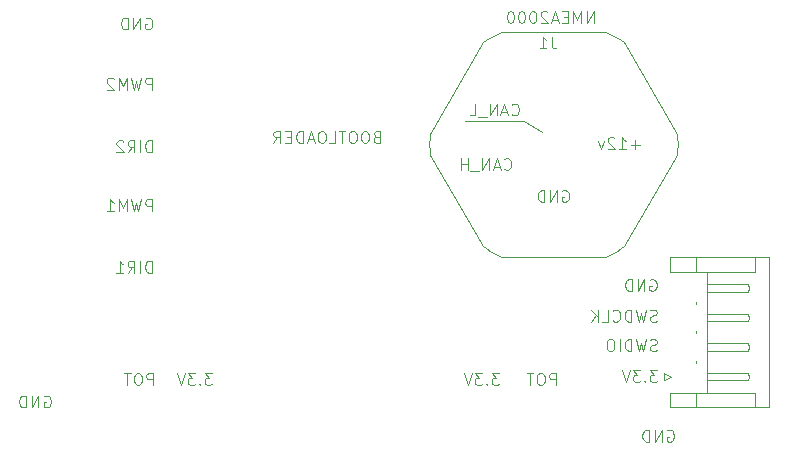
<source format=gbr>
%TF.GenerationSoftware,KiCad,Pcbnew,8.0.1*%
%TF.CreationDate,2025-05-19T10:21:45+02:00*%
%TF.ProjectId,stm32f103 board,73746d33-3266-4313-9033-20626f617264,rev?*%
%TF.SameCoordinates,Original*%
%TF.FileFunction,Legend,Bot*%
%TF.FilePolarity,Positive*%
%FSLAX46Y46*%
G04 Gerber Fmt 4.6, Leading zero omitted, Abs format (unit mm)*
G04 Created by KiCad (PCBNEW 8.0.1) date 2025-05-19 10:21:45*
%MOMM*%
%LPD*%
G01*
G04 APERTURE LIST*
%ADD10C,0.100000*%
%ADD11C,0.120000*%
G04 APERTURE END LIST*
D10*
X114802782Y-102748609D02*
X114659925Y-102796228D01*
X114659925Y-102796228D02*
X114612306Y-102843847D01*
X114612306Y-102843847D02*
X114564687Y-102939085D01*
X114564687Y-102939085D02*
X114564687Y-103081942D01*
X114564687Y-103081942D02*
X114612306Y-103177180D01*
X114612306Y-103177180D02*
X114659925Y-103224800D01*
X114659925Y-103224800D02*
X114755163Y-103272419D01*
X114755163Y-103272419D02*
X115136115Y-103272419D01*
X115136115Y-103272419D02*
X115136115Y-102272419D01*
X115136115Y-102272419D02*
X114802782Y-102272419D01*
X114802782Y-102272419D02*
X114707544Y-102320038D01*
X114707544Y-102320038D02*
X114659925Y-102367657D01*
X114659925Y-102367657D02*
X114612306Y-102462895D01*
X114612306Y-102462895D02*
X114612306Y-102558133D01*
X114612306Y-102558133D02*
X114659925Y-102653371D01*
X114659925Y-102653371D02*
X114707544Y-102700990D01*
X114707544Y-102700990D02*
X114802782Y-102748609D01*
X114802782Y-102748609D02*
X115136115Y-102748609D01*
X113945639Y-102272419D02*
X113755163Y-102272419D01*
X113755163Y-102272419D02*
X113659925Y-102320038D01*
X113659925Y-102320038D02*
X113564687Y-102415276D01*
X113564687Y-102415276D02*
X113517068Y-102605752D01*
X113517068Y-102605752D02*
X113517068Y-102939085D01*
X113517068Y-102939085D02*
X113564687Y-103129561D01*
X113564687Y-103129561D02*
X113659925Y-103224800D01*
X113659925Y-103224800D02*
X113755163Y-103272419D01*
X113755163Y-103272419D02*
X113945639Y-103272419D01*
X113945639Y-103272419D02*
X114040877Y-103224800D01*
X114040877Y-103224800D02*
X114136115Y-103129561D01*
X114136115Y-103129561D02*
X114183734Y-102939085D01*
X114183734Y-102939085D02*
X114183734Y-102605752D01*
X114183734Y-102605752D02*
X114136115Y-102415276D01*
X114136115Y-102415276D02*
X114040877Y-102320038D01*
X114040877Y-102320038D02*
X113945639Y-102272419D01*
X112898020Y-102272419D02*
X112707544Y-102272419D01*
X112707544Y-102272419D02*
X112612306Y-102320038D01*
X112612306Y-102320038D02*
X112517068Y-102415276D01*
X112517068Y-102415276D02*
X112469449Y-102605752D01*
X112469449Y-102605752D02*
X112469449Y-102939085D01*
X112469449Y-102939085D02*
X112517068Y-103129561D01*
X112517068Y-103129561D02*
X112612306Y-103224800D01*
X112612306Y-103224800D02*
X112707544Y-103272419D01*
X112707544Y-103272419D02*
X112898020Y-103272419D01*
X112898020Y-103272419D02*
X112993258Y-103224800D01*
X112993258Y-103224800D02*
X113088496Y-103129561D01*
X113088496Y-103129561D02*
X113136115Y-102939085D01*
X113136115Y-102939085D02*
X113136115Y-102605752D01*
X113136115Y-102605752D02*
X113088496Y-102415276D01*
X113088496Y-102415276D02*
X112993258Y-102320038D01*
X112993258Y-102320038D02*
X112898020Y-102272419D01*
X112183734Y-102272419D02*
X111612306Y-102272419D01*
X111898020Y-103272419D02*
X111898020Y-102272419D01*
X110802782Y-103272419D02*
X111278972Y-103272419D01*
X111278972Y-103272419D02*
X111278972Y-102272419D01*
X110278972Y-102272419D02*
X110088496Y-102272419D01*
X110088496Y-102272419D02*
X109993258Y-102320038D01*
X109993258Y-102320038D02*
X109898020Y-102415276D01*
X109898020Y-102415276D02*
X109850401Y-102605752D01*
X109850401Y-102605752D02*
X109850401Y-102939085D01*
X109850401Y-102939085D02*
X109898020Y-103129561D01*
X109898020Y-103129561D02*
X109993258Y-103224800D01*
X109993258Y-103224800D02*
X110088496Y-103272419D01*
X110088496Y-103272419D02*
X110278972Y-103272419D01*
X110278972Y-103272419D02*
X110374210Y-103224800D01*
X110374210Y-103224800D02*
X110469448Y-103129561D01*
X110469448Y-103129561D02*
X110517067Y-102939085D01*
X110517067Y-102939085D02*
X110517067Y-102605752D01*
X110517067Y-102605752D02*
X110469448Y-102415276D01*
X110469448Y-102415276D02*
X110374210Y-102320038D01*
X110374210Y-102320038D02*
X110278972Y-102272419D01*
X109469448Y-102986704D02*
X108993258Y-102986704D01*
X109564686Y-103272419D02*
X109231353Y-102272419D01*
X109231353Y-102272419D02*
X108898020Y-103272419D01*
X108564686Y-103272419D02*
X108564686Y-102272419D01*
X108564686Y-102272419D02*
X108326591Y-102272419D01*
X108326591Y-102272419D02*
X108183734Y-102320038D01*
X108183734Y-102320038D02*
X108088496Y-102415276D01*
X108088496Y-102415276D02*
X108040877Y-102510514D01*
X108040877Y-102510514D02*
X107993258Y-102700990D01*
X107993258Y-102700990D02*
X107993258Y-102843847D01*
X107993258Y-102843847D02*
X108040877Y-103034323D01*
X108040877Y-103034323D02*
X108088496Y-103129561D01*
X108088496Y-103129561D02*
X108183734Y-103224800D01*
X108183734Y-103224800D02*
X108326591Y-103272419D01*
X108326591Y-103272419D02*
X108564686Y-103272419D01*
X107564686Y-102748609D02*
X107231353Y-102748609D01*
X107088496Y-103272419D02*
X107564686Y-103272419D01*
X107564686Y-103272419D02*
X107564686Y-102272419D01*
X107564686Y-102272419D02*
X107088496Y-102272419D01*
X106088496Y-103272419D02*
X106421829Y-102796228D01*
X106659924Y-103272419D02*
X106659924Y-102272419D01*
X106659924Y-102272419D02*
X106278972Y-102272419D01*
X106278972Y-102272419D02*
X106183734Y-102320038D01*
X106183734Y-102320038D02*
X106136115Y-102367657D01*
X106136115Y-102367657D02*
X106088496Y-102462895D01*
X106088496Y-102462895D02*
X106088496Y-102605752D01*
X106088496Y-102605752D02*
X106136115Y-102700990D01*
X106136115Y-102700990D02*
X106183734Y-102748609D01*
X106183734Y-102748609D02*
X106278972Y-102796228D01*
X106278972Y-102796228D02*
X106659924Y-102796228D01*
X133196115Y-93122419D02*
X133196115Y-92122419D01*
X133196115Y-92122419D02*
X132624687Y-93122419D01*
X132624687Y-93122419D02*
X132624687Y-92122419D01*
X132148496Y-93122419D02*
X132148496Y-92122419D01*
X132148496Y-92122419D02*
X131815163Y-92836704D01*
X131815163Y-92836704D02*
X131481830Y-92122419D01*
X131481830Y-92122419D02*
X131481830Y-93122419D01*
X131005639Y-92598609D02*
X130672306Y-92598609D01*
X130529449Y-93122419D02*
X131005639Y-93122419D01*
X131005639Y-93122419D02*
X131005639Y-92122419D01*
X131005639Y-92122419D02*
X130529449Y-92122419D01*
X130148496Y-92836704D02*
X129672306Y-92836704D01*
X130243734Y-93122419D02*
X129910401Y-92122419D01*
X129910401Y-92122419D02*
X129577068Y-93122419D01*
X129291353Y-92217657D02*
X129243734Y-92170038D01*
X129243734Y-92170038D02*
X129148496Y-92122419D01*
X129148496Y-92122419D02*
X128910401Y-92122419D01*
X128910401Y-92122419D02*
X128815163Y-92170038D01*
X128815163Y-92170038D02*
X128767544Y-92217657D01*
X128767544Y-92217657D02*
X128719925Y-92312895D01*
X128719925Y-92312895D02*
X128719925Y-92408133D01*
X128719925Y-92408133D02*
X128767544Y-92550990D01*
X128767544Y-92550990D02*
X129338972Y-93122419D01*
X129338972Y-93122419D02*
X128719925Y-93122419D01*
X128100877Y-92122419D02*
X128005639Y-92122419D01*
X128005639Y-92122419D02*
X127910401Y-92170038D01*
X127910401Y-92170038D02*
X127862782Y-92217657D01*
X127862782Y-92217657D02*
X127815163Y-92312895D01*
X127815163Y-92312895D02*
X127767544Y-92503371D01*
X127767544Y-92503371D02*
X127767544Y-92741466D01*
X127767544Y-92741466D02*
X127815163Y-92931942D01*
X127815163Y-92931942D02*
X127862782Y-93027180D01*
X127862782Y-93027180D02*
X127910401Y-93074800D01*
X127910401Y-93074800D02*
X128005639Y-93122419D01*
X128005639Y-93122419D02*
X128100877Y-93122419D01*
X128100877Y-93122419D02*
X128196115Y-93074800D01*
X128196115Y-93074800D02*
X128243734Y-93027180D01*
X128243734Y-93027180D02*
X128291353Y-92931942D01*
X128291353Y-92931942D02*
X128338972Y-92741466D01*
X128338972Y-92741466D02*
X128338972Y-92503371D01*
X128338972Y-92503371D02*
X128291353Y-92312895D01*
X128291353Y-92312895D02*
X128243734Y-92217657D01*
X128243734Y-92217657D02*
X128196115Y-92170038D01*
X128196115Y-92170038D02*
X128100877Y-92122419D01*
X127148496Y-92122419D02*
X127053258Y-92122419D01*
X127053258Y-92122419D02*
X126958020Y-92170038D01*
X126958020Y-92170038D02*
X126910401Y-92217657D01*
X126910401Y-92217657D02*
X126862782Y-92312895D01*
X126862782Y-92312895D02*
X126815163Y-92503371D01*
X126815163Y-92503371D02*
X126815163Y-92741466D01*
X126815163Y-92741466D02*
X126862782Y-92931942D01*
X126862782Y-92931942D02*
X126910401Y-93027180D01*
X126910401Y-93027180D02*
X126958020Y-93074800D01*
X126958020Y-93074800D02*
X127053258Y-93122419D01*
X127053258Y-93122419D02*
X127148496Y-93122419D01*
X127148496Y-93122419D02*
X127243734Y-93074800D01*
X127243734Y-93074800D02*
X127291353Y-93027180D01*
X127291353Y-93027180D02*
X127338972Y-92931942D01*
X127338972Y-92931942D02*
X127386591Y-92741466D01*
X127386591Y-92741466D02*
X127386591Y-92503371D01*
X127386591Y-92503371D02*
X127338972Y-92312895D01*
X127338972Y-92312895D02*
X127291353Y-92217657D01*
X127291353Y-92217657D02*
X127243734Y-92170038D01*
X127243734Y-92170038D02*
X127148496Y-92122419D01*
X126196115Y-92122419D02*
X126100877Y-92122419D01*
X126100877Y-92122419D02*
X126005639Y-92170038D01*
X126005639Y-92170038D02*
X125958020Y-92217657D01*
X125958020Y-92217657D02*
X125910401Y-92312895D01*
X125910401Y-92312895D02*
X125862782Y-92503371D01*
X125862782Y-92503371D02*
X125862782Y-92741466D01*
X125862782Y-92741466D02*
X125910401Y-92931942D01*
X125910401Y-92931942D02*
X125958020Y-93027180D01*
X125958020Y-93027180D02*
X126005639Y-93074800D01*
X126005639Y-93074800D02*
X126100877Y-93122419D01*
X126100877Y-93122419D02*
X126196115Y-93122419D01*
X126196115Y-93122419D02*
X126291353Y-93074800D01*
X126291353Y-93074800D02*
X126338972Y-93027180D01*
X126338972Y-93027180D02*
X126386591Y-92931942D01*
X126386591Y-92931942D02*
X126434210Y-92741466D01*
X126434210Y-92741466D02*
X126434210Y-92503371D01*
X126434210Y-92503371D02*
X126386591Y-92312895D01*
X126386591Y-92312895D02*
X126338972Y-92217657D01*
X126338972Y-92217657D02*
X126291353Y-92170038D01*
X126291353Y-92170038D02*
X126196115Y-92122419D01*
X100891353Y-122772419D02*
X100272306Y-122772419D01*
X100272306Y-122772419D02*
X100605639Y-123153371D01*
X100605639Y-123153371D02*
X100462782Y-123153371D01*
X100462782Y-123153371D02*
X100367544Y-123200990D01*
X100367544Y-123200990D02*
X100319925Y-123248609D01*
X100319925Y-123248609D02*
X100272306Y-123343847D01*
X100272306Y-123343847D02*
X100272306Y-123581942D01*
X100272306Y-123581942D02*
X100319925Y-123677180D01*
X100319925Y-123677180D02*
X100367544Y-123724800D01*
X100367544Y-123724800D02*
X100462782Y-123772419D01*
X100462782Y-123772419D02*
X100748496Y-123772419D01*
X100748496Y-123772419D02*
X100843734Y-123724800D01*
X100843734Y-123724800D02*
X100891353Y-123677180D01*
X99843734Y-123677180D02*
X99796115Y-123724800D01*
X99796115Y-123724800D02*
X99843734Y-123772419D01*
X99843734Y-123772419D02*
X99891353Y-123724800D01*
X99891353Y-123724800D02*
X99843734Y-123677180D01*
X99843734Y-123677180D02*
X99843734Y-123772419D01*
X99462782Y-122772419D02*
X98843735Y-122772419D01*
X98843735Y-122772419D02*
X99177068Y-123153371D01*
X99177068Y-123153371D02*
X99034211Y-123153371D01*
X99034211Y-123153371D02*
X98938973Y-123200990D01*
X98938973Y-123200990D02*
X98891354Y-123248609D01*
X98891354Y-123248609D02*
X98843735Y-123343847D01*
X98843735Y-123343847D02*
X98843735Y-123581942D01*
X98843735Y-123581942D02*
X98891354Y-123677180D01*
X98891354Y-123677180D02*
X98938973Y-123724800D01*
X98938973Y-123724800D02*
X99034211Y-123772419D01*
X99034211Y-123772419D02*
X99319925Y-123772419D01*
X99319925Y-123772419D02*
X99415163Y-123724800D01*
X99415163Y-123724800D02*
X99462782Y-123677180D01*
X98558020Y-122772419D02*
X98224687Y-123772419D01*
X98224687Y-123772419D02*
X97891354Y-122772419D01*
X125191353Y-122772419D02*
X124572306Y-122772419D01*
X124572306Y-122772419D02*
X124905639Y-123153371D01*
X124905639Y-123153371D02*
X124762782Y-123153371D01*
X124762782Y-123153371D02*
X124667544Y-123200990D01*
X124667544Y-123200990D02*
X124619925Y-123248609D01*
X124619925Y-123248609D02*
X124572306Y-123343847D01*
X124572306Y-123343847D02*
X124572306Y-123581942D01*
X124572306Y-123581942D02*
X124619925Y-123677180D01*
X124619925Y-123677180D02*
X124667544Y-123724800D01*
X124667544Y-123724800D02*
X124762782Y-123772419D01*
X124762782Y-123772419D02*
X125048496Y-123772419D01*
X125048496Y-123772419D02*
X125143734Y-123724800D01*
X125143734Y-123724800D02*
X125191353Y-123677180D01*
X124143734Y-123677180D02*
X124096115Y-123724800D01*
X124096115Y-123724800D02*
X124143734Y-123772419D01*
X124143734Y-123772419D02*
X124191353Y-123724800D01*
X124191353Y-123724800D02*
X124143734Y-123677180D01*
X124143734Y-123677180D02*
X124143734Y-123772419D01*
X123762782Y-122772419D02*
X123143735Y-122772419D01*
X123143735Y-122772419D02*
X123477068Y-123153371D01*
X123477068Y-123153371D02*
X123334211Y-123153371D01*
X123334211Y-123153371D02*
X123238973Y-123200990D01*
X123238973Y-123200990D02*
X123191354Y-123248609D01*
X123191354Y-123248609D02*
X123143735Y-123343847D01*
X123143735Y-123343847D02*
X123143735Y-123581942D01*
X123143735Y-123581942D02*
X123191354Y-123677180D01*
X123191354Y-123677180D02*
X123238973Y-123724800D01*
X123238973Y-123724800D02*
X123334211Y-123772419D01*
X123334211Y-123772419D02*
X123619925Y-123772419D01*
X123619925Y-123772419D02*
X123715163Y-123724800D01*
X123715163Y-123724800D02*
X123762782Y-123677180D01*
X122858020Y-122772419D02*
X122524687Y-123772419D01*
X122524687Y-123772419D02*
X122191354Y-122772419D01*
X95896115Y-123772419D02*
X95896115Y-122772419D01*
X95896115Y-122772419D02*
X95515163Y-122772419D01*
X95515163Y-122772419D02*
X95419925Y-122820038D01*
X95419925Y-122820038D02*
X95372306Y-122867657D01*
X95372306Y-122867657D02*
X95324687Y-122962895D01*
X95324687Y-122962895D02*
X95324687Y-123105752D01*
X95324687Y-123105752D02*
X95372306Y-123200990D01*
X95372306Y-123200990D02*
X95419925Y-123248609D01*
X95419925Y-123248609D02*
X95515163Y-123296228D01*
X95515163Y-123296228D02*
X95896115Y-123296228D01*
X94705639Y-122772419D02*
X94515163Y-122772419D01*
X94515163Y-122772419D02*
X94419925Y-122820038D01*
X94419925Y-122820038D02*
X94324687Y-122915276D01*
X94324687Y-122915276D02*
X94277068Y-123105752D01*
X94277068Y-123105752D02*
X94277068Y-123439085D01*
X94277068Y-123439085D02*
X94324687Y-123629561D01*
X94324687Y-123629561D02*
X94419925Y-123724800D01*
X94419925Y-123724800D02*
X94515163Y-123772419D01*
X94515163Y-123772419D02*
X94705639Y-123772419D01*
X94705639Y-123772419D02*
X94800877Y-123724800D01*
X94800877Y-123724800D02*
X94896115Y-123629561D01*
X94896115Y-123629561D02*
X94943734Y-123439085D01*
X94943734Y-123439085D02*
X94943734Y-123105752D01*
X94943734Y-123105752D02*
X94896115Y-122915276D01*
X94896115Y-122915276D02*
X94800877Y-122820038D01*
X94800877Y-122820038D02*
X94705639Y-122772419D01*
X93991353Y-122772419D02*
X93419925Y-122772419D01*
X93705639Y-123772419D02*
X93705639Y-122772419D01*
X129996115Y-123772419D02*
X129996115Y-122772419D01*
X129996115Y-122772419D02*
X129615163Y-122772419D01*
X129615163Y-122772419D02*
X129519925Y-122820038D01*
X129519925Y-122820038D02*
X129472306Y-122867657D01*
X129472306Y-122867657D02*
X129424687Y-122962895D01*
X129424687Y-122962895D02*
X129424687Y-123105752D01*
X129424687Y-123105752D02*
X129472306Y-123200990D01*
X129472306Y-123200990D02*
X129519925Y-123248609D01*
X129519925Y-123248609D02*
X129615163Y-123296228D01*
X129615163Y-123296228D02*
X129996115Y-123296228D01*
X128805639Y-122772419D02*
X128615163Y-122772419D01*
X128615163Y-122772419D02*
X128519925Y-122820038D01*
X128519925Y-122820038D02*
X128424687Y-122915276D01*
X128424687Y-122915276D02*
X128377068Y-123105752D01*
X128377068Y-123105752D02*
X128377068Y-123439085D01*
X128377068Y-123439085D02*
X128424687Y-123629561D01*
X128424687Y-123629561D02*
X128519925Y-123724800D01*
X128519925Y-123724800D02*
X128615163Y-123772419D01*
X128615163Y-123772419D02*
X128805639Y-123772419D01*
X128805639Y-123772419D02*
X128900877Y-123724800D01*
X128900877Y-123724800D02*
X128996115Y-123629561D01*
X128996115Y-123629561D02*
X129043734Y-123439085D01*
X129043734Y-123439085D02*
X129043734Y-123105752D01*
X129043734Y-123105752D02*
X128996115Y-122915276D01*
X128996115Y-122915276D02*
X128900877Y-122820038D01*
X128900877Y-122820038D02*
X128805639Y-122772419D01*
X128091353Y-122772419D02*
X127519925Y-122772419D01*
X127805639Y-123772419D02*
X127805639Y-122772419D01*
X86672306Y-124720038D02*
X86767544Y-124672419D01*
X86767544Y-124672419D02*
X86910401Y-124672419D01*
X86910401Y-124672419D02*
X87053258Y-124720038D01*
X87053258Y-124720038D02*
X87148496Y-124815276D01*
X87148496Y-124815276D02*
X87196115Y-124910514D01*
X87196115Y-124910514D02*
X87243734Y-125100990D01*
X87243734Y-125100990D02*
X87243734Y-125243847D01*
X87243734Y-125243847D02*
X87196115Y-125434323D01*
X87196115Y-125434323D02*
X87148496Y-125529561D01*
X87148496Y-125529561D02*
X87053258Y-125624800D01*
X87053258Y-125624800D02*
X86910401Y-125672419D01*
X86910401Y-125672419D02*
X86815163Y-125672419D01*
X86815163Y-125672419D02*
X86672306Y-125624800D01*
X86672306Y-125624800D02*
X86624687Y-125577180D01*
X86624687Y-125577180D02*
X86624687Y-125243847D01*
X86624687Y-125243847D02*
X86815163Y-125243847D01*
X86196115Y-125672419D02*
X86196115Y-124672419D01*
X86196115Y-124672419D02*
X85624687Y-125672419D01*
X85624687Y-125672419D02*
X85624687Y-124672419D01*
X85148496Y-125672419D02*
X85148496Y-124672419D01*
X85148496Y-124672419D02*
X84910401Y-124672419D01*
X84910401Y-124672419D02*
X84767544Y-124720038D01*
X84767544Y-124720038D02*
X84672306Y-124815276D01*
X84672306Y-124815276D02*
X84624687Y-124910514D01*
X84624687Y-124910514D02*
X84577068Y-125100990D01*
X84577068Y-125100990D02*
X84577068Y-125243847D01*
X84577068Y-125243847D02*
X84624687Y-125434323D01*
X84624687Y-125434323D02*
X84672306Y-125529561D01*
X84672306Y-125529561D02*
X84767544Y-125624800D01*
X84767544Y-125624800D02*
X84910401Y-125672419D01*
X84910401Y-125672419D02*
X85148496Y-125672419D01*
X139422306Y-127620038D02*
X139517544Y-127572419D01*
X139517544Y-127572419D02*
X139660401Y-127572419D01*
X139660401Y-127572419D02*
X139803258Y-127620038D01*
X139803258Y-127620038D02*
X139898496Y-127715276D01*
X139898496Y-127715276D02*
X139946115Y-127810514D01*
X139946115Y-127810514D02*
X139993734Y-128000990D01*
X139993734Y-128000990D02*
X139993734Y-128143847D01*
X139993734Y-128143847D02*
X139946115Y-128334323D01*
X139946115Y-128334323D02*
X139898496Y-128429561D01*
X139898496Y-128429561D02*
X139803258Y-128524800D01*
X139803258Y-128524800D02*
X139660401Y-128572419D01*
X139660401Y-128572419D02*
X139565163Y-128572419D01*
X139565163Y-128572419D02*
X139422306Y-128524800D01*
X139422306Y-128524800D02*
X139374687Y-128477180D01*
X139374687Y-128477180D02*
X139374687Y-128143847D01*
X139374687Y-128143847D02*
X139565163Y-128143847D01*
X138946115Y-128572419D02*
X138946115Y-127572419D01*
X138946115Y-127572419D02*
X138374687Y-128572419D01*
X138374687Y-128572419D02*
X138374687Y-127572419D01*
X137898496Y-128572419D02*
X137898496Y-127572419D01*
X137898496Y-127572419D02*
X137660401Y-127572419D01*
X137660401Y-127572419D02*
X137517544Y-127620038D01*
X137517544Y-127620038D02*
X137422306Y-127715276D01*
X137422306Y-127715276D02*
X137374687Y-127810514D01*
X137374687Y-127810514D02*
X137327068Y-128000990D01*
X137327068Y-128000990D02*
X137327068Y-128143847D01*
X137327068Y-128143847D02*
X137374687Y-128334323D01*
X137374687Y-128334323D02*
X137422306Y-128429561D01*
X137422306Y-128429561D02*
X137517544Y-128524800D01*
X137517544Y-128524800D02*
X137660401Y-128572419D01*
X137660401Y-128572419D02*
X137898496Y-128572419D01*
X95796115Y-114272419D02*
X95796115Y-113272419D01*
X95796115Y-113272419D02*
X95558020Y-113272419D01*
X95558020Y-113272419D02*
X95415163Y-113320038D01*
X95415163Y-113320038D02*
X95319925Y-113415276D01*
X95319925Y-113415276D02*
X95272306Y-113510514D01*
X95272306Y-113510514D02*
X95224687Y-113700990D01*
X95224687Y-113700990D02*
X95224687Y-113843847D01*
X95224687Y-113843847D02*
X95272306Y-114034323D01*
X95272306Y-114034323D02*
X95319925Y-114129561D01*
X95319925Y-114129561D02*
X95415163Y-114224800D01*
X95415163Y-114224800D02*
X95558020Y-114272419D01*
X95558020Y-114272419D02*
X95796115Y-114272419D01*
X94796115Y-114272419D02*
X94796115Y-113272419D01*
X93748497Y-114272419D02*
X94081830Y-113796228D01*
X94319925Y-114272419D02*
X94319925Y-113272419D01*
X94319925Y-113272419D02*
X93938973Y-113272419D01*
X93938973Y-113272419D02*
X93843735Y-113320038D01*
X93843735Y-113320038D02*
X93796116Y-113367657D01*
X93796116Y-113367657D02*
X93748497Y-113462895D01*
X93748497Y-113462895D02*
X93748497Y-113605752D01*
X93748497Y-113605752D02*
X93796116Y-113700990D01*
X93796116Y-113700990D02*
X93843735Y-113748609D01*
X93843735Y-113748609D02*
X93938973Y-113796228D01*
X93938973Y-113796228D02*
X94319925Y-113796228D01*
X92796116Y-114272419D02*
X93367544Y-114272419D01*
X93081830Y-114272419D02*
X93081830Y-113272419D01*
X93081830Y-113272419D02*
X93177068Y-113415276D01*
X93177068Y-113415276D02*
X93272306Y-113510514D01*
X93272306Y-113510514D02*
X93367544Y-113558133D01*
X95796115Y-109072419D02*
X95796115Y-108072419D01*
X95796115Y-108072419D02*
X95415163Y-108072419D01*
X95415163Y-108072419D02*
X95319925Y-108120038D01*
X95319925Y-108120038D02*
X95272306Y-108167657D01*
X95272306Y-108167657D02*
X95224687Y-108262895D01*
X95224687Y-108262895D02*
X95224687Y-108405752D01*
X95224687Y-108405752D02*
X95272306Y-108500990D01*
X95272306Y-108500990D02*
X95319925Y-108548609D01*
X95319925Y-108548609D02*
X95415163Y-108596228D01*
X95415163Y-108596228D02*
X95796115Y-108596228D01*
X94891353Y-108072419D02*
X94653258Y-109072419D01*
X94653258Y-109072419D02*
X94462782Y-108358133D01*
X94462782Y-108358133D02*
X94272306Y-109072419D01*
X94272306Y-109072419D02*
X94034211Y-108072419D01*
X93653258Y-109072419D02*
X93653258Y-108072419D01*
X93653258Y-108072419D02*
X93319925Y-108786704D01*
X93319925Y-108786704D02*
X92986592Y-108072419D01*
X92986592Y-108072419D02*
X92986592Y-109072419D01*
X91986592Y-109072419D02*
X92558020Y-109072419D01*
X92272306Y-109072419D02*
X92272306Y-108072419D01*
X92272306Y-108072419D02*
X92367544Y-108215276D01*
X92367544Y-108215276D02*
X92462782Y-108310514D01*
X92462782Y-108310514D02*
X92558020Y-108358133D01*
X95796115Y-104072419D02*
X95796115Y-103072419D01*
X95796115Y-103072419D02*
X95558020Y-103072419D01*
X95558020Y-103072419D02*
X95415163Y-103120038D01*
X95415163Y-103120038D02*
X95319925Y-103215276D01*
X95319925Y-103215276D02*
X95272306Y-103310514D01*
X95272306Y-103310514D02*
X95224687Y-103500990D01*
X95224687Y-103500990D02*
X95224687Y-103643847D01*
X95224687Y-103643847D02*
X95272306Y-103834323D01*
X95272306Y-103834323D02*
X95319925Y-103929561D01*
X95319925Y-103929561D02*
X95415163Y-104024800D01*
X95415163Y-104024800D02*
X95558020Y-104072419D01*
X95558020Y-104072419D02*
X95796115Y-104072419D01*
X94796115Y-104072419D02*
X94796115Y-103072419D01*
X93748497Y-104072419D02*
X94081830Y-103596228D01*
X94319925Y-104072419D02*
X94319925Y-103072419D01*
X94319925Y-103072419D02*
X93938973Y-103072419D01*
X93938973Y-103072419D02*
X93843735Y-103120038D01*
X93843735Y-103120038D02*
X93796116Y-103167657D01*
X93796116Y-103167657D02*
X93748497Y-103262895D01*
X93748497Y-103262895D02*
X93748497Y-103405752D01*
X93748497Y-103405752D02*
X93796116Y-103500990D01*
X93796116Y-103500990D02*
X93843735Y-103548609D01*
X93843735Y-103548609D02*
X93938973Y-103596228D01*
X93938973Y-103596228D02*
X94319925Y-103596228D01*
X93367544Y-103167657D02*
X93319925Y-103120038D01*
X93319925Y-103120038D02*
X93224687Y-103072419D01*
X93224687Y-103072419D02*
X92986592Y-103072419D01*
X92986592Y-103072419D02*
X92891354Y-103120038D01*
X92891354Y-103120038D02*
X92843735Y-103167657D01*
X92843735Y-103167657D02*
X92796116Y-103262895D01*
X92796116Y-103262895D02*
X92796116Y-103358133D01*
X92796116Y-103358133D02*
X92843735Y-103500990D01*
X92843735Y-103500990D02*
X93415163Y-104072419D01*
X93415163Y-104072419D02*
X92796116Y-104072419D01*
X95796115Y-98772419D02*
X95796115Y-97772419D01*
X95796115Y-97772419D02*
X95415163Y-97772419D01*
X95415163Y-97772419D02*
X95319925Y-97820038D01*
X95319925Y-97820038D02*
X95272306Y-97867657D01*
X95272306Y-97867657D02*
X95224687Y-97962895D01*
X95224687Y-97962895D02*
X95224687Y-98105752D01*
X95224687Y-98105752D02*
X95272306Y-98200990D01*
X95272306Y-98200990D02*
X95319925Y-98248609D01*
X95319925Y-98248609D02*
X95415163Y-98296228D01*
X95415163Y-98296228D02*
X95796115Y-98296228D01*
X94891353Y-97772419D02*
X94653258Y-98772419D01*
X94653258Y-98772419D02*
X94462782Y-98058133D01*
X94462782Y-98058133D02*
X94272306Y-98772419D01*
X94272306Y-98772419D02*
X94034211Y-97772419D01*
X93653258Y-98772419D02*
X93653258Y-97772419D01*
X93653258Y-97772419D02*
X93319925Y-98486704D01*
X93319925Y-98486704D02*
X92986592Y-97772419D01*
X92986592Y-97772419D02*
X92986592Y-98772419D01*
X92558020Y-97867657D02*
X92510401Y-97820038D01*
X92510401Y-97820038D02*
X92415163Y-97772419D01*
X92415163Y-97772419D02*
X92177068Y-97772419D01*
X92177068Y-97772419D02*
X92081830Y-97820038D01*
X92081830Y-97820038D02*
X92034211Y-97867657D01*
X92034211Y-97867657D02*
X91986592Y-97962895D01*
X91986592Y-97962895D02*
X91986592Y-98058133D01*
X91986592Y-98058133D02*
X92034211Y-98200990D01*
X92034211Y-98200990D02*
X92605639Y-98772419D01*
X92605639Y-98772419D02*
X91986592Y-98772419D01*
X95272306Y-92720038D02*
X95367544Y-92672419D01*
X95367544Y-92672419D02*
X95510401Y-92672419D01*
X95510401Y-92672419D02*
X95653258Y-92720038D01*
X95653258Y-92720038D02*
X95748496Y-92815276D01*
X95748496Y-92815276D02*
X95796115Y-92910514D01*
X95796115Y-92910514D02*
X95843734Y-93100990D01*
X95843734Y-93100990D02*
X95843734Y-93243847D01*
X95843734Y-93243847D02*
X95796115Y-93434323D01*
X95796115Y-93434323D02*
X95748496Y-93529561D01*
X95748496Y-93529561D02*
X95653258Y-93624800D01*
X95653258Y-93624800D02*
X95510401Y-93672419D01*
X95510401Y-93672419D02*
X95415163Y-93672419D01*
X95415163Y-93672419D02*
X95272306Y-93624800D01*
X95272306Y-93624800D02*
X95224687Y-93577180D01*
X95224687Y-93577180D02*
X95224687Y-93243847D01*
X95224687Y-93243847D02*
X95415163Y-93243847D01*
X94796115Y-93672419D02*
X94796115Y-92672419D01*
X94796115Y-92672419D02*
X94224687Y-93672419D01*
X94224687Y-93672419D02*
X94224687Y-92672419D01*
X93748496Y-93672419D02*
X93748496Y-92672419D01*
X93748496Y-92672419D02*
X93510401Y-92672419D01*
X93510401Y-92672419D02*
X93367544Y-92720038D01*
X93367544Y-92720038D02*
X93272306Y-92815276D01*
X93272306Y-92815276D02*
X93224687Y-92910514D01*
X93224687Y-92910514D02*
X93177068Y-93100990D01*
X93177068Y-93100990D02*
X93177068Y-93243847D01*
X93177068Y-93243847D02*
X93224687Y-93434323D01*
X93224687Y-93434323D02*
X93272306Y-93529561D01*
X93272306Y-93529561D02*
X93367544Y-93624800D01*
X93367544Y-93624800D02*
X93510401Y-93672419D01*
X93510401Y-93672419D02*
X93748496Y-93672419D01*
X138581353Y-122512419D02*
X137962306Y-122512419D01*
X137962306Y-122512419D02*
X138295639Y-122893371D01*
X138295639Y-122893371D02*
X138152782Y-122893371D01*
X138152782Y-122893371D02*
X138057544Y-122940990D01*
X138057544Y-122940990D02*
X138009925Y-122988609D01*
X138009925Y-122988609D02*
X137962306Y-123083847D01*
X137962306Y-123083847D02*
X137962306Y-123321942D01*
X137962306Y-123321942D02*
X138009925Y-123417180D01*
X138009925Y-123417180D02*
X138057544Y-123464800D01*
X138057544Y-123464800D02*
X138152782Y-123512419D01*
X138152782Y-123512419D02*
X138438496Y-123512419D01*
X138438496Y-123512419D02*
X138533734Y-123464800D01*
X138533734Y-123464800D02*
X138581353Y-123417180D01*
X137533734Y-123417180D02*
X137486115Y-123464800D01*
X137486115Y-123464800D02*
X137533734Y-123512419D01*
X137533734Y-123512419D02*
X137581353Y-123464800D01*
X137581353Y-123464800D02*
X137533734Y-123417180D01*
X137533734Y-123417180D02*
X137533734Y-123512419D01*
X137152782Y-122512419D02*
X136533735Y-122512419D01*
X136533735Y-122512419D02*
X136867068Y-122893371D01*
X136867068Y-122893371D02*
X136724211Y-122893371D01*
X136724211Y-122893371D02*
X136628973Y-122940990D01*
X136628973Y-122940990D02*
X136581354Y-122988609D01*
X136581354Y-122988609D02*
X136533735Y-123083847D01*
X136533735Y-123083847D02*
X136533735Y-123321942D01*
X136533735Y-123321942D02*
X136581354Y-123417180D01*
X136581354Y-123417180D02*
X136628973Y-123464800D01*
X136628973Y-123464800D02*
X136724211Y-123512419D01*
X136724211Y-123512419D02*
X137009925Y-123512419D01*
X137009925Y-123512419D02*
X137105163Y-123464800D01*
X137105163Y-123464800D02*
X137152782Y-123417180D01*
X136248020Y-122512419D02*
X135914687Y-123512419D01*
X135914687Y-123512419D02*
X135581354Y-122512419D01*
X138533734Y-120854856D02*
X138390877Y-120902475D01*
X138390877Y-120902475D02*
X138152782Y-120902475D01*
X138152782Y-120902475D02*
X138057544Y-120854856D01*
X138057544Y-120854856D02*
X138009925Y-120807236D01*
X138009925Y-120807236D02*
X137962306Y-120711998D01*
X137962306Y-120711998D02*
X137962306Y-120616760D01*
X137962306Y-120616760D02*
X138009925Y-120521522D01*
X138009925Y-120521522D02*
X138057544Y-120473903D01*
X138057544Y-120473903D02*
X138152782Y-120426284D01*
X138152782Y-120426284D02*
X138343258Y-120378665D01*
X138343258Y-120378665D02*
X138438496Y-120331046D01*
X138438496Y-120331046D02*
X138486115Y-120283427D01*
X138486115Y-120283427D02*
X138533734Y-120188189D01*
X138533734Y-120188189D02*
X138533734Y-120092951D01*
X138533734Y-120092951D02*
X138486115Y-119997713D01*
X138486115Y-119997713D02*
X138438496Y-119950094D01*
X138438496Y-119950094D02*
X138343258Y-119902475D01*
X138343258Y-119902475D02*
X138105163Y-119902475D01*
X138105163Y-119902475D02*
X137962306Y-119950094D01*
X137628972Y-119902475D02*
X137390877Y-120902475D01*
X137390877Y-120902475D02*
X137200401Y-120188189D01*
X137200401Y-120188189D02*
X137009925Y-120902475D01*
X137009925Y-120902475D02*
X136771830Y-119902475D01*
X136390877Y-120902475D02*
X136390877Y-119902475D01*
X136390877Y-119902475D02*
X136152782Y-119902475D01*
X136152782Y-119902475D02*
X136009925Y-119950094D01*
X136009925Y-119950094D02*
X135914687Y-120045332D01*
X135914687Y-120045332D02*
X135867068Y-120140570D01*
X135867068Y-120140570D02*
X135819449Y-120331046D01*
X135819449Y-120331046D02*
X135819449Y-120473903D01*
X135819449Y-120473903D02*
X135867068Y-120664379D01*
X135867068Y-120664379D02*
X135914687Y-120759617D01*
X135914687Y-120759617D02*
X136009925Y-120854856D01*
X136009925Y-120854856D02*
X136152782Y-120902475D01*
X136152782Y-120902475D02*
X136390877Y-120902475D01*
X135390877Y-120902475D02*
X135390877Y-119902475D01*
X134724211Y-119902475D02*
X134533735Y-119902475D01*
X134533735Y-119902475D02*
X134438497Y-119950094D01*
X134438497Y-119950094D02*
X134343259Y-120045332D01*
X134343259Y-120045332D02*
X134295640Y-120235808D01*
X134295640Y-120235808D02*
X134295640Y-120569141D01*
X134295640Y-120569141D02*
X134343259Y-120759617D01*
X134343259Y-120759617D02*
X134438497Y-120854856D01*
X134438497Y-120854856D02*
X134533735Y-120902475D01*
X134533735Y-120902475D02*
X134724211Y-120902475D01*
X134724211Y-120902475D02*
X134819449Y-120854856D01*
X134819449Y-120854856D02*
X134914687Y-120759617D01*
X134914687Y-120759617D02*
X134962306Y-120569141D01*
X134962306Y-120569141D02*
X134962306Y-120235808D01*
X134962306Y-120235808D02*
X134914687Y-120045332D01*
X134914687Y-120045332D02*
X134819449Y-119950094D01*
X134819449Y-119950094D02*
X134724211Y-119902475D01*
X138533734Y-118364800D02*
X138390877Y-118412419D01*
X138390877Y-118412419D02*
X138152782Y-118412419D01*
X138152782Y-118412419D02*
X138057544Y-118364800D01*
X138057544Y-118364800D02*
X138009925Y-118317180D01*
X138009925Y-118317180D02*
X137962306Y-118221942D01*
X137962306Y-118221942D02*
X137962306Y-118126704D01*
X137962306Y-118126704D02*
X138009925Y-118031466D01*
X138009925Y-118031466D02*
X138057544Y-117983847D01*
X138057544Y-117983847D02*
X138152782Y-117936228D01*
X138152782Y-117936228D02*
X138343258Y-117888609D01*
X138343258Y-117888609D02*
X138438496Y-117840990D01*
X138438496Y-117840990D02*
X138486115Y-117793371D01*
X138486115Y-117793371D02*
X138533734Y-117698133D01*
X138533734Y-117698133D02*
X138533734Y-117602895D01*
X138533734Y-117602895D02*
X138486115Y-117507657D01*
X138486115Y-117507657D02*
X138438496Y-117460038D01*
X138438496Y-117460038D02*
X138343258Y-117412419D01*
X138343258Y-117412419D02*
X138105163Y-117412419D01*
X138105163Y-117412419D02*
X137962306Y-117460038D01*
X137628972Y-117412419D02*
X137390877Y-118412419D01*
X137390877Y-118412419D02*
X137200401Y-117698133D01*
X137200401Y-117698133D02*
X137009925Y-118412419D01*
X137009925Y-118412419D02*
X136771830Y-117412419D01*
X136390877Y-118412419D02*
X136390877Y-117412419D01*
X136390877Y-117412419D02*
X136152782Y-117412419D01*
X136152782Y-117412419D02*
X136009925Y-117460038D01*
X136009925Y-117460038D02*
X135914687Y-117555276D01*
X135914687Y-117555276D02*
X135867068Y-117650514D01*
X135867068Y-117650514D02*
X135819449Y-117840990D01*
X135819449Y-117840990D02*
X135819449Y-117983847D01*
X135819449Y-117983847D02*
X135867068Y-118174323D01*
X135867068Y-118174323D02*
X135914687Y-118269561D01*
X135914687Y-118269561D02*
X136009925Y-118364800D01*
X136009925Y-118364800D02*
X136152782Y-118412419D01*
X136152782Y-118412419D02*
X136390877Y-118412419D01*
X134819449Y-118317180D02*
X134867068Y-118364800D01*
X134867068Y-118364800D02*
X135009925Y-118412419D01*
X135009925Y-118412419D02*
X135105163Y-118412419D01*
X135105163Y-118412419D02*
X135248020Y-118364800D01*
X135248020Y-118364800D02*
X135343258Y-118269561D01*
X135343258Y-118269561D02*
X135390877Y-118174323D01*
X135390877Y-118174323D02*
X135438496Y-117983847D01*
X135438496Y-117983847D02*
X135438496Y-117840990D01*
X135438496Y-117840990D02*
X135390877Y-117650514D01*
X135390877Y-117650514D02*
X135343258Y-117555276D01*
X135343258Y-117555276D02*
X135248020Y-117460038D01*
X135248020Y-117460038D02*
X135105163Y-117412419D01*
X135105163Y-117412419D02*
X135009925Y-117412419D01*
X135009925Y-117412419D02*
X134867068Y-117460038D01*
X134867068Y-117460038D02*
X134819449Y-117507657D01*
X133914687Y-118412419D02*
X134390877Y-118412419D01*
X134390877Y-118412419D02*
X134390877Y-117412419D01*
X133581353Y-118412419D02*
X133581353Y-117412419D01*
X133009925Y-118412419D02*
X133438496Y-117840990D01*
X133009925Y-117412419D02*
X133581353Y-117983847D01*
X137962306Y-114860038D02*
X138057544Y-114812419D01*
X138057544Y-114812419D02*
X138200401Y-114812419D01*
X138200401Y-114812419D02*
X138343258Y-114860038D01*
X138343258Y-114860038D02*
X138438496Y-114955276D01*
X138438496Y-114955276D02*
X138486115Y-115050514D01*
X138486115Y-115050514D02*
X138533734Y-115240990D01*
X138533734Y-115240990D02*
X138533734Y-115383847D01*
X138533734Y-115383847D02*
X138486115Y-115574323D01*
X138486115Y-115574323D02*
X138438496Y-115669561D01*
X138438496Y-115669561D02*
X138343258Y-115764800D01*
X138343258Y-115764800D02*
X138200401Y-115812419D01*
X138200401Y-115812419D02*
X138105163Y-115812419D01*
X138105163Y-115812419D02*
X137962306Y-115764800D01*
X137962306Y-115764800D02*
X137914687Y-115717180D01*
X137914687Y-115717180D02*
X137914687Y-115383847D01*
X137914687Y-115383847D02*
X138105163Y-115383847D01*
X137486115Y-115812419D02*
X137486115Y-114812419D01*
X137486115Y-114812419D02*
X136914687Y-115812419D01*
X136914687Y-115812419D02*
X136914687Y-114812419D01*
X136438496Y-115812419D02*
X136438496Y-114812419D01*
X136438496Y-114812419D02*
X136200401Y-114812419D01*
X136200401Y-114812419D02*
X136057544Y-114860038D01*
X136057544Y-114860038D02*
X135962306Y-114955276D01*
X135962306Y-114955276D02*
X135914687Y-115050514D01*
X135914687Y-115050514D02*
X135867068Y-115240990D01*
X135867068Y-115240990D02*
X135867068Y-115383847D01*
X135867068Y-115383847D02*
X135914687Y-115574323D01*
X135914687Y-115574323D02*
X135962306Y-115669561D01*
X135962306Y-115669561D02*
X136057544Y-115764800D01*
X136057544Y-115764800D02*
X136200401Y-115812419D01*
X136200401Y-115812419D02*
X136438496Y-115812419D01*
X129633333Y-94287419D02*
X129633333Y-95001704D01*
X129633333Y-95001704D02*
X129680952Y-95144561D01*
X129680952Y-95144561D02*
X129776190Y-95239800D01*
X129776190Y-95239800D02*
X129919047Y-95287419D01*
X129919047Y-95287419D02*
X130014285Y-95287419D01*
X128633333Y-95287419D02*
X129204761Y-95287419D01*
X128919047Y-95287419D02*
X128919047Y-94287419D01*
X128919047Y-94287419D02*
X129014285Y-94430276D01*
X129014285Y-94430276D02*
X129109523Y-94525514D01*
X129109523Y-94525514D02*
X129204761Y-94573133D01*
X130546116Y-107320038D02*
X130641354Y-107272419D01*
X130641354Y-107272419D02*
X130784211Y-107272419D01*
X130784211Y-107272419D02*
X130927068Y-107320038D01*
X130927068Y-107320038D02*
X131022306Y-107415276D01*
X131022306Y-107415276D02*
X131069925Y-107510514D01*
X131069925Y-107510514D02*
X131117544Y-107700990D01*
X131117544Y-107700990D02*
X131117544Y-107843847D01*
X131117544Y-107843847D02*
X131069925Y-108034323D01*
X131069925Y-108034323D02*
X131022306Y-108129561D01*
X131022306Y-108129561D02*
X130927068Y-108224800D01*
X130927068Y-108224800D02*
X130784211Y-108272419D01*
X130784211Y-108272419D02*
X130688973Y-108272419D01*
X130688973Y-108272419D02*
X130546116Y-108224800D01*
X130546116Y-108224800D02*
X130498497Y-108177180D01*
X130498497Y-108177180D02*
X130498497Y-107843847D01*
X130498497Y-107843847D02*
X130688973Y-107843847D01*
X130069925Y-108272419D02*
X130069925Y-107272419D01*
X130069925Y-107272419D02*
X129498497Y-108272419D01*
X129498497Y-108272419D02*
X129498497Y-107272419D01*
X129022306Y-108272419D02*
X129022306Y-107272419D01*
X129022306Y-107272419D02*
X128784211Y-107272419D01*
X128784211Y-107272419D02*
X128641354Y-107320038D01*
X128641354Y-107320038D02*
X128546116Y-107415276D01*
X128546116Y-107415276D02*
X128498497Y-107510514D01*
X128498497Y-107510514D02*
X128450878Y-107700990D01*
X128450878Y-107700990D02*
X128450878Y-107843847D01*
X128450878Y-107843847D02*
X128498497Y-108034323D01*
X128498497Y-108034323D02*
X128546116Y-108129561D01*
X128546116Y-108129561D02*
X128641354Y-108224800D01*
X128641354Y-108224800D02*
X128784211Y-108272419D01*
X128784211Y-108272419D02*
X129022306Y-108272419D01*
X125624687Y-105477180D02*
X125672306Y-105524800D01*
X125672306Y-105524800D02*
X125815163Y-105572419D01*
X125815163Y-105572419D02*
X125910401Y-105572419D01*
X125910401Y-105572419D02*
X126053258Y-105524800D01*
X126053258Y-105524800D02*
X126148496Y-105429561D01*
X126148496Y-105429561D02*
X126196115Y-105334323D01*
X126196115Y-105334323D02*
X126243734Y-105143847D01*
X126243734Y-105143847D02*
X126243734Y-105000990D01*
X126243734Y-105000990D02*
X126196115Y-104810514D01*
X126196115Y-104810514D02*
X126148496Y-104715276D01*
X126148496Y-104715276D02*
X126053258Y-104620038D01*
X126053258Y-104620038D02*
X125910401Y-104572419D01*
X125910401Y-104572419D02*
X125815163Y-104572419D01*
X125815163Y-104572419D02*
X125672306Y-104620038D01*
X125672306Y-104620038D02*
X125624687Y-104667657D01*
X125243734Y-105286704D02*
X124767544Y-105286704D01*
X125338972Y-105572419D02*
X125005639Y-104572419D01*
X125005639Y-104572419D02*
X124672306Y-105572419D01*
X124338972Y-105572419D02*
X124338972Y-104572419D01*
X124338972Y-104572419D02*
X123767544Y-105572419D01*
X123767544Y-105572419D02*
X123767544Y-104572419D01*
X123529449Y-105667657D02*
X122767544Y-105667657D01*
X122529448Y-105572419D02*
X122529448Y-104572419D01*
X122529448Y-105048609D02*
X121958020Y-105048609D01*
X121958020Y-105572419D02*
X121958020Y-104572419D01*
X137096115Y-103430966D02*
X136334211Y-103430966D01*
X136715163Y-103811919D02*
X136715163Y-103050014D01*
X135334211Y-103811919D02*
X135905639Y-103811919D01*
X135619925Y-103811919D02*
X135619925Y-102811919D01*
X135619925Y-102811919D02*
X135715163Y-102954776D01*
X135715163Y-102954776D02*
X135810401Y-103050014D01*
X135810401Y-103050014D02*
X135905639Y-103097633D01*
X134953258Y-102907157D02*
X134905639Y-102859538D01*
X134905639Y-102859538D02*
X134810401Y-102811919D01*
X134810401Y-102811919D02*
X134572306Y-102811919D01*
X134572306Y-102811919D02*
X134477068Y-102859538D01*
X134477068Y-102859538D02*
X134429449Y-102907157D01*
X134429449Y-102907157D02*
X134381830Y-103002395D01*
X134381830Y-103002395D02*
X134381830Y-103097633D01*
X134381830Y-103097633D02*
X134429449Y-103240490D01*
X134429449Y-103240490D02*
X135000877Y-103811919D01*
X135000877Y-103811919D02*
X134381830Y-103811919D01*
X134048496Y-103145252D02*
X133810401Y-103811919D01*
X133810401Y-103811919D02*
X133572306Y-103145252D01*
X126264687Y-100857180D02*
X126312306Y-100904800D01*
X126312306Y-100904800D02*
X126455163Y-100952419D01*
X126455163Y-100952419D02*
X126550401Y-100952419D01*
X126550401Y-100952419D02*
X126693258Y-100904800D01*
X126693258Y-100904800D02*
X126788496Y-100809561D01*
X126788496Y-100809561D02*
X126836115Y-100714323D01*
X126836115Y-100714323D02*
X126883734Y-100523847D01*
X126883734Y-100523847D02*
X126883734Y-100380990D01*
X126883734Y-100380990D02*
X126836115Y-100190514D01*
X126836115Y-100190514D02*
X126788496Y-100095276D01*
X126788496Y-100095276D02*
X126693258Y-100000038D01*
X126693258Y-100000038D02*
X126550401Y-99952419D01*
X126550401Y-99952419D02*
X126455163Y-99952419D01*
X126455163Y-99952419D02*
X126312306Y-100000038D01*
X126312306Y-100000038D02*
X126264687Y-100047657D01*
X125883734Y-100666704D02*
X125407544Y-100666704D01*
X125978972Y-100952419D02*
X125645639Y-99952419D01*
X125645639Y-99952419D02*
X125312306Y-100952419D01*
X124978972Y-100952419D02*
X124978972Y-99952419D01*
X124978972Y-99952419D02*
X124407544Y-100952419D01*
X124407544Y-100952419D02*
X124407544Y-99952419D01*
X124169449Y-101047657D02*
X123407544Y-101047657D01*
X122693258Y-100952419D02*
X123169448Y-100952419D01*
X123169448Y-100952419D02*
X123169448Y-99952419D01*
D11*
%TO.C,J5*%
X139627500Y-114180000D02*
X139627500Y-112960000D01*
X146827500Y-114180000D02*
X146827500Y-112960000D01*
X139627500Y-112960000D02*
X148047500Y-112960000D01*
X141827500Y-114180000D02*
X139627500Y-114180000D01*
X141827500Y-112960000D02*
X141827500Y-114180000D01*
X141827500Y-114180000D02*
X146827500Y-114180000D01*
X142827500Y-115570000D02*
X142827500Y-115250000D01*
X142827500Y-115250000D02*
X146247500Y-115250000D01*
X142827500Y-115890000D02*
X142827500Y-115570000D01*
X146247500Y-115250000D02*
X146327500Y-115570000D01*
X146247500Y-115890000D02*
X142827500Y-115890000D01*
X146327500Y-115570000D02*
X146247500Y-115890000D01*
X141827500Y-116740000D02*
X141827500Y-116900000D01*
X142827500Y-118070000D02*
X142827500Y-117750000D01*
X142827500Y-117750000D02*
X146247500Y-117750000D01*
X142827500Y-118390000D02*
X142827500Y-118070000D01*
X146247500Y-117750000D02*
X146327500Y-118070000D01*
X146247500Y-118390000D02*
X142827500Y-118390000D01*
X146327500Y-118070000D02*
X146247500Y-118390000D01*
X141827500Y-119240000D02*
X141827500Y-119400000D01*
X142827500Y-120570000D02*
X142827500Y-120250000D01*
X142827500Y-120250000D02*
X146247500Y-120250000D01*
X142827500Y-120890000D02*
X142827500Y-120570000D01*
X146247500Y-120250000D02*
X146327500Y-120570000D01*
X146247500Y-120890000D02*
X142827500Y-120890000D01*
X146327500Y-120570000D02*
X146247500Y-120890000D01*
X141827500Y-121740000D02*
X141827500Y-121900000D01*
X142827500Y-123070000D02*
X142827500Y-122750000D01*
X142827500Y-122750000D02*
X146247500Y-122750000D01*
X139737500Y-123070000D02*
X139137500Y-122770000D01*
X139137500Y-123370000D02*
X139737500Y-123070000D01*
X142827500Y-123390000D02*
X142827500Y-123070000D01*
X146247500Y-122750000D02*
X146327500Y-123070000D01*
X139137500Y-122770000D02*
X139137500Y-123370000D01*
X146247500Y-123390000D02*
X142827500Y-123390000D01*
X146327500Y-123070000D02*
X146247500Y-123390000D01*
X139627500Y-125680000D02*
X139627500Y-124460000D01*
X139627500Y-124460000D02*
X141827500Y-124460000D01*
X141827500Y-125680000D02*
X141827500Y-124460000D01*
X142827500Y-114180000D02*
X142827500Y-124460000D01*
X141827500Y-124460000D02*
X146827500Y-124460000D01*
X148047500Y-125680000D02*
X139627500Y-125680000D01*
X146827500Y-124460000D02*
X146827500Y-125680000D01*
X148047500Y-112960000D02*
X148047500Y-125680000D01*
D10*
%TO.C,J1*%
X119313987Y-103985175D02*
X119297671Y-103400000D01*
X119336448Y-104277020D02*
X119313987Y-103985175D01*
X119297671Y-103400000D02*
X119313987Y-102814825D01*
X123808582Y-112022981D02*
X119336448Y-104277020D01*
X119313987Y-102814825D02*
X119336448Y-102522980D01*
X122300000Y-101400000D02*
X122800000Y-101400000D01*
X124050096Y-112188355D02*
X123808582Y-112022981D01*
X119336448Y-102522980D02*
X123808586Y-94777011D01*
X124548714Y-112495071D02*
X124050096Y-112188355D01*
X123808586Y-94777011D02*
X124050105Y-94611645D01*
X125063647Y-112773530D02*
X124548714Y-112495071D01*
X124050105Y-94611645D02*
X124548720Y-94304929D01*
X125327622Y-112900000D02*
X125063647Y-112773530D01*
X124548720Y-94304929D02*
X125063651Y-94026471D01*
X134271890Y-112900000D02*
X125327622Y-112900000D01*
X125063651Y-94026471D02*
X125327625Y-93900000D01*
X122800000Y-101400000D02*
X127300000Y-101400000D01*
X127300000Y-101400000D02*
X128800000Y-102400000D01*
X134535865Y-112773529D02*
X134271890Y-112900000D01*
X125327625Y-93900000D02*
X134271891Y-93900000D01*
X135050799Y-112495071D02*
X134535865Y-112773529D01*
X134271891Y-93900000D02*
X134535866Y-94026470D01*
X135549416Y-112188352D02*
X135050799Y-112495071D01*
X134535866Y-94026470D02*
X135050800Y-94304927D01*
X135790932Y-112022979D02*
X135549416Y-112188352D01*
X135050800Y-94304927D02*
X135549417Y-94611645D01*
X135549417Y-94611645D02*
X135790930Y-94777020D01*
X140263064Y-104277019D02*
X135790932Y-112022979D01*
X135790930Y-94777020D02*
X140263063Y-102522980D01*
X140285526Y-103985174D02*
X140263064Y-104277019D01*
X140263063Y-102522980D02*
X140285525Y-102814825D01*
X140301842Y-103399999D02*
X140285526Y-103985174D01*
X140285525Y-102814825D02*
X140301842Y-103399999D01*
%TD*%
M02*

</source>
